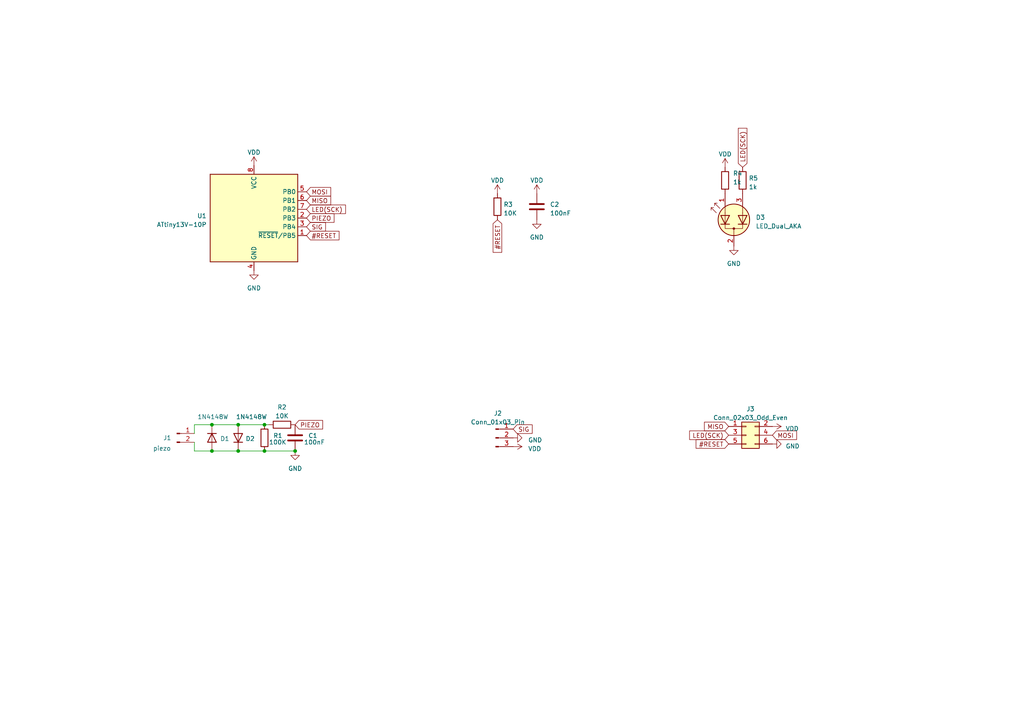
<source format=kicad_sch>
(kicad_sch (version 20230121) (generator eeschema)
  (paper "A4")
  (lib_symbols
    (symbol "Connector:Conn_01x02_Pin" (pin_names (offset 1.016) hide)
      (property "Reference" "J" (at 0 2.54 0))
      (property "Value" "Conn_01x02_Pin" (at 0 -5.08 0))
      (symbol "Conn_01x02_Pin_1_1"
        (polyline (pts (xy 1.27 -2.54) (xy 0.8636 -2.54)) (stroke (width 0.1524)))
        (polyline (pts (xy 1.27 0) (xy 0.8636 0)) (stroke (width 0.1524)))
        (rectangle (start 0.8636 -2.413) (end 0 -2.667) (stroke (width 0.1524)) (fill (type outline)))
        (rectangle (start 0.8636 0.127) (end 0 -0.127) (stroke (width 0.1524)) (fill (type outline)))
        (pin passive line (at 5.08 0 180) (length 3.81) (name "Pin_1") (number "1"))
        (pin passive line (at 5.08 -2.54 180) (length 3.81) (name "Pin_2") (number "2"))
      )
    )
    (symbol "Connector:Conn_01x03_Pin" (pin_names (offset 1.016) hide)
      (property "Reference" "J" (at 0 5.08 0))
      (property "Value" "Conn_01x03_Pin" (at 0 -5.08 0))
      (symbol "Conn_01x03_Pin_1_1"
        (polyline (pts (xy 1.27 -2.54) (xy 0.8636 -2.54)) (stroke (width 0.1524)))
        (polyline (pts (xy 1.27 0) (xy 0.8636 0)) (stroke (width 0.1524)))
        (polyline (pts (xy 1.27 2.54) (xy 0.8636 2.54)) (stroke (width 0.1524)))
        (rectangle (start 0.8636 -2.413) (end 0 -2.667) (stroke (width 0.1524)) (fill (type outline)))
        (rectangle (start 0.8636 0.127) (end 0 -0.127) (stroke (width 0.1524)) (fill (type outline)))
        (rectangle (start 0.8636 2.667) (end 0 2.413) (stroke (width 0.1524)) (fill (type outline)))
        (pin passive line (at 5.08 2.54 180) (length 3.81) (name "Pin_1") (number "1"))
        (pin passive line (at 5.08 0 180) (length 3.81) (name "Pin_2") (number "2"))
        (pin passive line (at 5.08 -2.54 180) (length 3.81) (name "Pin_3") (number "3"))
      )
    )
    (symbol "Connector_Generic:Conn_02x03_Odd_Even" (pin_names (offset 1.016) hide)
      (property "Reference" "J" (at 1.27 5.08 0))
      (property "Value" "Conn_02x03_Odd_Even" (at 1.27 -5.08 0))
      (symbol "Conn_02x03_Odd_Even_1_1"
        (rectangle (start -1.27 -2.413) (end 0 -2.667) (stroke (width 0.1524)))
        (rectangle (start -1.27 0.127) (end 0 -0.127) (stroke (width 0.1524)))
        (rectangle (start -1.27 2.667) (end 0 2.413) (stroke (width 0.1524)))
        (rectangle (start -1.27 3.81) (end 3.81 -3.81) (stroke (width 0.254)) (fill (type background)))
        (rectangle (start 3.81 -2.413) (end 2.54 -2.667) (stroke (width 0.1524)))
        (rectangle (start 3.81 0.127) (end 2.54 -0.127) (stroke (width 0.1524)))
        (rectangle (start 3.81 2.667) (end 2.54 2.413) (stroke (width 0.1524)))
        (pin passive line (at -5.08 2.54 0) (length 3.81) (name "Pin_1") (number "1"))
        (pin passive line (at 7.62 2.54 180) (length 3.81) (name "Pin_2") (number "2"))
        (pin passive line (at -5.08 0 0) (length 3.81) (name "Pin_3") (number "3"))
        (pin passive line (at 7.62 0 180) (length 3.81) (name "Pin_4") (number "4"))
        (pin passive line (at -5.08 -2.54 0) (length 3.81) (name "Pin_5") (number "5"))
        (pin passive line (at 7.62 -2.54 180) (length 3.81) (name "Pin_6") (number "6"))
      )
    )
    (symbol "Device:C" (pin_numbers hide) (pin_names (offset 0.254))
      (property "Reference" "C" (at 0.635 2.54 0))
      (property "Value" "C" (at 0.635 -2.54 0))
      (symbol "C_0_1"
        (polyline (pts (xy -2.032 -0.762) (xy 2.032 -0.762)) (stroke (width 0.508)))
        (polyline (pts (xy -2.032 0.762) (xy 2.032 0.762)) (stroke (width 0.508)))
      )
      (symbol "C_1_1"
        (pin passive line (at 0 3.81 270) (length 2.794) (name "~") (number "1"))
        (pin passive line (at 0 -3.81 90) (length 2.794) (name "~") (number "2"))
      )
    )
    (symbol "Device:D" (pin_numbers hide) (pin_names (offset 1.016) hide)
      (property "Reference" "D" (at 0 2.54 0))
      (property "Value" "D" (at 0 -2.54 0))
      (symbol "D_0_1"
        (polyline (pts (xy -1.27 1.27) (xy -1.27 -1.27)) (stroke (width 0.254)))
        (polyline (pts (xy 1.27 0) (xy -1.27 0)))
        (polyline (pts (xy 1.27 1.27) (xy 1.27 -1.27) (xy -1.27 0) (xy 1.27 1.27)) (stroke (width 0.254)))
      )
      (symbol "D_1_1"
        (pin passive line (at -3.81 0 0) (length 2.54) (name "K") (number "1"))
        (pin passive line (at 3.81 0 180) (length 2.54) (name "A") (number "2"))
      )
    )
    (symbol "Device:LED_Dual_AKA" (pin_names (offset 0) hide)
      (property "Reference" "D" (at 0 5.715 0))
      (property "Value" "LED_Dual_AKA" (at 0 -6.35 0))
      (symbol "LED_Dual_AKA_0_1"
        (circle (center -2.54 0) (radius 0.2794) (fill (type outline)))
        (polyline (pts (xy -4.572 0) (xy -2.54 0)))
        (polyline (pts (xy -1.27 -1.27) (xy -1.27 -3.81)) (stroke (width 0.254)))
        (polyline (pts (xy -1.27 1.27) (xy -1.27 3.81)) (stroke (width 0.254)))
        (polyline (pts (xy 3.81 -2.54) (xy 1.905 -2.54)))
        (polyline (pts (xy 3.81 2.54) (xy 1.905 2.54)))
        (polyline (pts (xy 1.27 -3.81) (xy 1.27 -1.27) (xy -1.27 -2.54) (xy 1.27 -3.81)) (stroke (width 0.254)))
        (polyline (pts (xy 1.27 1.27) (xy 1.27 3.81) (xy -1.27 2.54) (xy 1.27 1.27)) (stroke (width 0.254)))
        (polyline (pts (xy 2.032 2.54) (xy -2.54 2.54) (xy -2.54 -2.54) (xy 2.032 -2.54)))
        (polyline (pts (xy 2.032 5.08) (xy 3.556 6.604) (xy 2.794 6.604) (xy 3.556 6.604) (xy 3.556 5.842)))
        (polyline (pts (xy 3.302 4.064) (xy 4.826 5.588) (xy 4.064 5.588) (xy 4.826 5.588) (xy 4.826 4.826)))
        (circle (center 0 0) (radius 4.572) (stroke (width 0.254)) (fill (type background)))
      )
      (symbol "LED_Dual_AKA_1_1"
        (pin input line (at 7.62 2.54 180) (length 3.81) (name "A1") (number "1"))
        (pin input line (at -7.62 0 0) (length 3.048) (name "K") (number "2"))
        (pin input line (at 7.62 -2.54 180) (length 3.81) (name "A2") (number "3"))
      )
    )
    (symbol "Device:R" (pin_numbers hide) (pin_names (offset 0))
      (property "Reference" "R" (at 2.032 0 90))
      (property "Value" "R" (at 0 0 90))
      (symbol "R_0_1"
        (rectangle (start -1.016 -2.54) (end 1.016 2.54) (stroke (width 0.254)))
      )
      (symbol "R_1_1"
        (pin passive line (at 0 3.81 270) (length 1.27) (name "~") (number "1"))
        (pin passive line (at 0 -3.81 90) (length 1.27) (name "~") (number "2"))
      )
    )
    (symbol "MCU_Microchip_ATtiny:ATtiny13V-10P"
      (property "Reference" "U" (at -12.7 13.97 0))
      (property "Value" "ATtiny13V-10P" (at 2.54 -13.97 0))
      (symbol "ATtiny13V-10P_0_1"
        (rectangle (start -12.7 -12.7) (end 12.7 12.7) (stroke (width 0.254)) (fill (type background)))
      )
      (symbol "ATtiny13V-10P_1_1"
        (pin bidirectional line (at 15.24 -5.08 180) (length 2.54) (name "~{RESET}/PB5") (number "1"))
        (pin bidirectional line (at 15.24 0 180) (length 2.54) (name "PB3") (number "2"))
        (pin bidirectional line (at 15.24 -2.54 180) (length 2.54) (name "PB4") (number "3"))
        (pin power_in line (at 0 -15.24 90) (length 2.54) (name "GND") (number "4"))
        (pin bidirectional line (at 15.24 7.62 180) (length 2.54) (name "PB0") (number "5"))
        (pin bidirectional line (at 15.24 5.08 180) (length 2.54) (name "PB1") (number "6"))
        (pin bidirectional line (at 15.24 2.54 180) (length 2.54) (name "PB2") (number "7"))
        (pin power_in line (at 0 15.24 270) (length 2.54) (name "VCC") (number "8"))
      )
    )
    (symbol "power:GND" (power) (pin_names (offset 0))
      (property "Value" "GND" (at 0 -3.81 0))
      (symbol "GND_0_1"
        (polyline (pts (xy 0 0) (xy 0 -1.27) (xy 1.27 -1.27) (xy 0 -2.54) (xy -1.27 -1.27) (xy 0 -1.27)))
      )
      (symbol "GND_1_1"
        (pin power_in line (at 0 0 270) (length 0) hide (name "GND") (number "1"))
      )
    )
    (symbol "power:VDD" (power) (pin_names (offset 0))
      (property "Value" "VDD" (at 0 3.81 0))
      (symbol "VDD_0_1"
        (polyline (pts (xy -0.762 1.27) (xy 0 2.54)))
        (polyline (pts (xy 0 0) (xy 0 2.54)))
        (polyline (pts (xy 0 2.54) (xy 0.762 1.27)))
      )
      (symbol "VDD_1_1"
        (pin power_in line (at 0 0 90) (length 0) hide (name "VDD") (number "1"))
      )
    )
  )
  (junction (at 85.598 130.81))
  (junction (at 61.468 130.81))
  (junction (at 69.088 123.19))
  (junction (at 76.708 130.81))
  (junction (at 76.708 123.19))
  (junction (at 69.088 130.81))
  (junction (at 61.468 123.19))
  (wire (pts (xy 56.388 123.19) (xy 61.468 123.19)))
  (wire (pts (xy 56.388 130.81) (xy 61.468 130.81)))
  (wire (pts (xy 69.088 130.81) (xy 76.708 130.81)))
  (wire (pts (xy 69.088 123.19) (xy 76.708 123.19)))
  (wire (pts (xy 61.468 130.81) (xy 69.088 130.81)))
  (wire (pts (xy 76.708 130.81) (xy 85.598 130.81)))
  (wire (pts (xy 56.388 123.19) (xy 56.388 125.73)))
  (wire (pts (xy 56.388 128.27) (xy 56.388 130.81)))
  (wire (pts (xy 61.468 123.19) (xy 69.088 123.19)))
  (wire (pts (xy 76.708 123.19) (xy 77.978 123.19)))
  (global_label "LED(SCK)" (shape input) (at 211.328 126.238 180) (property "Intersheetrefs" "${INTERSHEET_REFS}" (effects hide)))
  (global_label "SIG" (shape input) (at 88.9 65.786 0) (property "Intersheetrefs" "${INTERSHEET_REFS}" (effects hide)))
  (global_label "PIEZO" (shape input) (at 88.9 63.246 0) (property "Intersheetrefs" "${INTERSHEET_REFS}" (effects hide)))
  (global_label "MOSI" (shape input) (at 88.9 55.626 0) (property "Intersheetrefs" "${INTERSHEET_REFS}" (effects hide)))
  (global_label "LED(SCK)" (shape input) (at 215.392 48.514 90) (property "Intersheetrefs" "${INTERSHEET_REFS}" (effects hide)))
  (global_label "PIEZO" (shape input) (at 85.598 123.19 0) (property "Intersheetrefs" "${INTERSHEET_REFS}" (effects hide)))
  (global_label "SIG" (shape input) (at 148.844 124.46 0) (property "Intersheetrefs" "${INTERSHEET_REFS}" (effects hide)))
  (global_label "MISO" (shape input) (at 88.9 58.166 0) (property "Intersheetrefs" "${INTERSHEET_REFS}" (effects hide)))
  (global_label "MISO" (shape input) (at 211.328 123.698 180) (property "Intersheetrefs" "${INTERSHEET_REFS}" (effects hide)))
  (global_label "LED(SCK)" (shape input) (at 88.9 60.706 0) (property "Intersheetrefs" "${INTERSHEET_REFS}" (effects hide)))
  (global_label "#RESET" (shape input) (at 144.272 63.754 270) (property "Intersheetrefs" "${INTERSHEET_REFS}" (effects hide)))
  (global_label "#RESET" (shape input) (at 88.9 68.326 0) (property "Intersheetrefs" "${INTERSHEET_REFS}" (effects hide)))
  (global_label "MOSI" (shape input) (at 224.028 126.238 0) (property "Intersheetrefs" "${INTERSHEET_REFS}" (effects hide)))
  (global_label "#RESET" (shape input) (at 211.328 128.778 180) (property "Intersheetrefs" "${INTERSHEET_REFS}" (effects hide)))
  (symbol (lib_id "Device:R") (at 144.272 59.944 180) (unit 1)
    (property "Reference" "R3" (at 146.05 59.309 0) (effects (justify right)))
    (property "Value" "10K" (at 146.05 61.849 0) (effects (justify right)))
    (property "Footprint" "Resistor_THT:R_Axial_DIN0207_L6.3mm_D2.5mm_P7.62mm_Horizontal" (effects hide))
  )
  (symbol (lib_id "Connector:Conn_01x03_Pin") (at 143.764 127 0) (unit 1)
    (property "Reference" "J2" (at 144.399 119.888 0))
    (property "Value" "Conn_01x03_Pin" (at 144.399 122.428 0))
    (property "Footprint" "Connector_JST:JST_XH_S3B-XH-A-1_1x03_P2.50mm_Horizontal" (effects hide))
  )
  (symbol (lib_id "power:GND") (at 155.702 63.754 0) (unit 1)
    (property "Reference" "#PWR08" (effects hide))
    (property "Value" "GND" (at 155.702 68.834 0))
  )
  (symbol (lib_id "Device:R") (at 76.708 127 0) (unit 1)
    (property "Reference" "R1" (at 79.248 126.365 0) (effects (justify left)))
    (property "Value" "100K" (at 77.978 128.27 0) (effects (justify left)))
    (property "Footprint" "Resistor_THT:R_Axial_DIN0207_L6.3mm_D2.5mm_P2.54mm_Vertical" (effects hide))
  )
  (symbol (lib_id "power:GND") (at 73.66 78.486 0) (unit 1)
    (property "Reference" "#PWR02" (effects hide))
    (property "Value" "GND" (at 73.66 83.566 0))
  )
  (symbol (lib_id "Device:R") (at 210.312 52.324 0) (unit 1)
    (property "Reference" "R4" (at 212.598 50.292 0) (effects (justify left)))
    (property "Value" "1k" (at 212.598 52.832 0) (effects (justify left)))
    (property "Footprint" "Resistor_THT:R_Axial_DIN0207_L6.3mm_D2.5mm_P2.54mm_Vertical" (effects hide))
  )
  (symbol (lib_id "power:VDD") (at 224.028 123.698 270) (unit 1)
    (property "Reference" "#PWR011" (effects hide))
    (property "Value" "VDD" (at 227.838 124.333 90) (effects (justify left)))
  )
  (symbol (lib_id "power:VDD") (at 144.272 56.134 0) (unit 1)
    (property "Reference" "#PWR04" (effects hide))
    (property "Value" "VDD" (at 144.272 52.324 0))
  )
  (symbol (lib_id "power:GND") (at 148.844 127 90) (unit 1)
    (property "Reference" "#PWR05" (effects hide))
    (property "Value" "GND" (at 153.162 127.635 90) (effects (justify right)))
  )
  (symbol (lib_id "Device:R") (at 215.392 52.324 0) (unit 1)
    (property "Reference" "R5" (at 217.17 51.689 0) (effects (justify left)))
    (property "Value" "1k" (at 217.17 54.229 0) (effects (justify left)))
    (property "Footprint" "Resistor_THT:R_Axial_DIN0207_L6.3mm_D2.5mm_P2.54mm_Vertical" (effects hide))
  )
  (symbol (lib_id "Device:D") (at 61.468 127 270) (unit 1)
    (property "Reference" "D1" (at 66.548 127.254 90) (effects (justify right)))
    (property "Value" "1N4148W" (at 66.294 120.904 90) (effects (justify right)))
    (property "Footprint" "Diode_THT:D_DO-35_SOD27_P2.54mm_Vertical_AnodeUp" (effects hide))
    (property "Sim.Device" "D" (effects hide))
    (property "Sim.Pins" "1=K 2=A" (effects hide))
  )
  (symbol (lib_id "power:VDD") (at 148.844 129.54 270) (unit 1)
    (property "Reference" "#PWR06" (effects hide))
    (property "Value" "VDD" (at 153.162 130.175 90) (effects (justify left)))
  )
  (symbol (lib_id "Device:D") (at 69.088 127 90) (unit 1)
    (property "Reference" "D2" (at 73.914 127.254 90) (effects (justify left)))
    (property "Value" "1N4148W" (at 77.47 120.904 90) (effects (justify left)))
    (property "Footprint" "Diode_THT:D_DO-35_SOD27_P2.54mm_Vertical_AnodeUp" (effects hide))
    (property "Sim.Device" "D" (effects hide))
    (property "Sim.Pins" "1=K 2=A" (effects hide))
  )
  (symbol (lib_id "Device:C") (at 85.598 127 0) (unit 1)
    (property "Reference" "C1" (at 89.408 126.365 0) (effects (justify left)))
    (property "Value" "100nF" (at 88.138 128.27 0) (effects (justify left)))
    (property "Footprint" "Capacitor_THT:C_Disc_D3.4mm_W2.1mm_P2.50mm" (effects hide))
  )
  (symbol (lib_id "MCU_Microchip_ATtiny:ATtiny13V-10P") (at 73.66 63.246 0) (unit 1)
    (property "Reference" "U1" (at 59.944 62.611 0) (effects (justify right)))
    (property "Value" "ATtiny13V-10P" (at 59.944 65.151 0) (effects (justify right)))
    (property "Footprint" "Package_DIP:DIP-8_W7.62mm" (effects hide))
    (property "Datasheet" "http://ww1.microchip.com/downloads/en/DeviceDoc/doc2535.pdf" (effects hide))
  )
  (symbol (lib_id "Device:R") (at 81.788 123.19 270) (unit 1)
    (property "Reference" "R2" (at 81.788 118.11 90))
    (property "Value" "10K" (at 81.788 120.65 90))
    (property "Footprint" "Resistor_THT:R_Axial_DIN0207_L6.3mm_D2.5mm_P2.54mm_Vertical" (effects hide))
  )
  (symbol (lib_id "power:GND") (at 212.852 71.374 0) (unit 1)
    (property "Reference" "#PWR010" (effects hide))
    (property "Value" "GND" (at 212.852 76.454 0))
  )
  (symbol (lib_id "power:VDD") (at 73.66 48.006 0) (unit 1)
    (property "Reference" "#PWR01" (effects hide))
    (property "Value" "VDD" (at 73.66 44.196 0))
  )
  (symbol (lib_id "Device:LED_Dual_AKA") (at 212.852 63.754 90) (unit 1)
    (property "Reference" "D3" (at 219.202 63.0555 90) (effects (justify right)))
    (property "Value" "LED_Dual_AKA" (at 219.202 65.5955 90) (effects (justify right)))
    (property "Footprint" "LED_THT:LED_D3.0mm-3" (effects hide))
  )
  (symbol (lib_id "power:VDD") (at 210.312 48.514 0) (unit 1)
    (property "Reference" "#PWR09" (effects hide))
    (property "Value" "VDD" (at 210.312 44.704 0))
  )
  (symbol (lib_id "Connector:Conn_01x02_Pin") (at 51.308 125.73 0) (unit 1)
    (property "Reference" "J1" (at 48.514 127 0))
    (property "Value" "piezo" (at 46.99 130.048 0))
    (property "Footprint" "Connector_PinSocket_2.54mm:PinSocket_1x02_P2.54mm_Vertical" (effects hide))
  )
  (symbol (lib_id "Connector_Generic:Conn_02x03_Odd_Even") (at 216.408 126.238 0) (unit 1)
    (property "Reference" "J3" (at 217.678 118.618 0))
    (property "Value" "Conn_02x03_Odd_Even" (at 217.678 121.158 0))
    (property "Footprint" "Connector_PinHeader_2.54mm:PinHeader_2x03_P2.54mm_Vertical" (effects hide))
  )
  (symbol (lib_id "Device:C") (at 155.702 59.944 0) (unit 1)
    (property "Reference" "C2" (at 159.512 59.309 0) (effects (justify left)))
    (property "Value" "100nF" (at 159.512 61.849 0) (effects (justify left)))
    (property "Footprint" "Capacitor_THT:C_Disc_D3.4mm_W2.1mm_P2.50mm" (effects hide))
  )
  (symbol (lib_id "power:GND") (at 85.598 130.81 0) (unit 1)
    (property "Reference" "#PWR03" (effects hide))
    (property "Value" "GND" (at 85.598 135.89 0))
  )
  (symbol (lib_id "power:GND") (at 224.028 128.778 90) (unit 1)
    (property "Reference" "#PWR012" (effects hide))
    (property "Value" "GND" (at 227.838 129.413 90) (effects (justify right)))
  )
  (symbol (lib_id "power:VDD") (at 155.702 56.134 0) (unit 1)
    (property "Reference" "#PWR07" (effects hide))
    (property "Value" "VDD" (at 155.702 52.324 0))
  )
)
</source>
